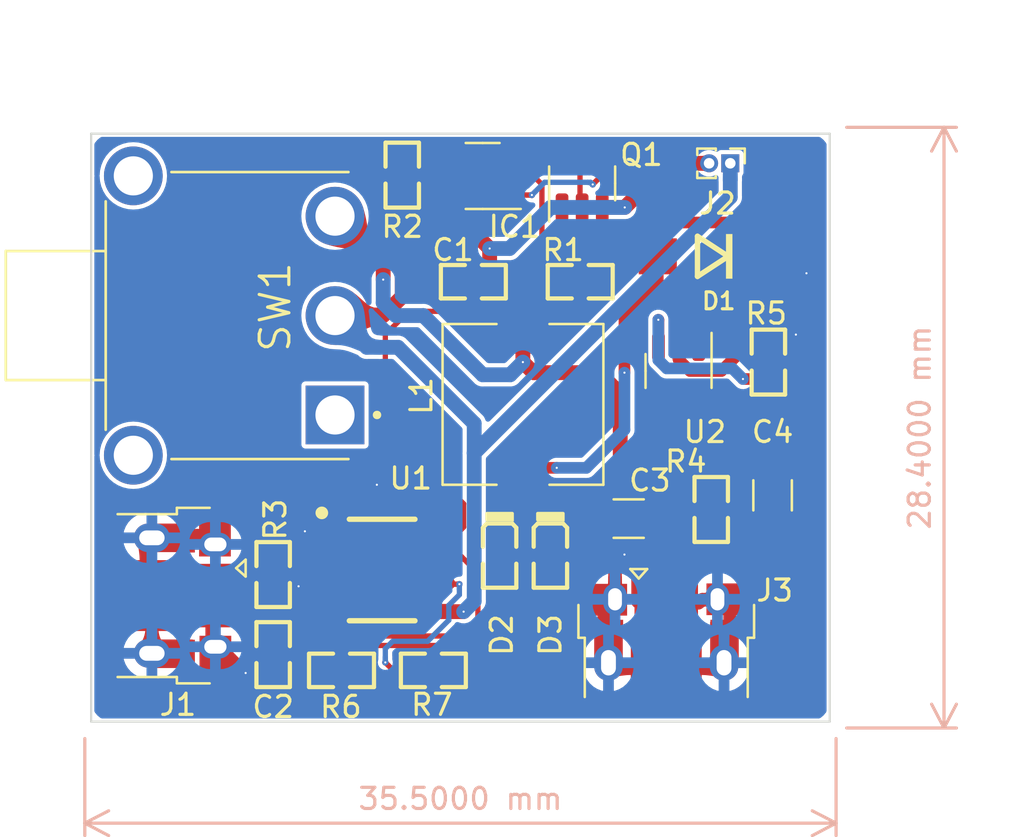
<source format=kicad_pcb>
(kicad_pcb (version 20211014) (generator pcbnew)
  (layers (0 "F.Cu" signal) (31 "B.Cu" signal) (34 "B.Paste" user) (35 "F.Paste" user) (36 "B.SilkS" user "B.Silkscreen") (37 "F.SilkS" user "F.Silkscreen") (38 "B.Mask" user) (39 "F.Mask" user) (44 "Edge.Cuts" user))
  (net 0 "")
  (net 1 "Net-(C1-Pad1)")
  (net 2 "/BAT-")
  (net 3 "/VBUS")
  (net 4 "GND")
  (net 5 "Net-(C3-Pad1)")
  (net 6 "/5V")
  (net 7 "Net-(D1-PadA)")
  (net 8 "Net-(D2-Pad1)")
  (net 9 "Net-(D2-Pad2)")
  (net 10 "Net-(D3-Pad1)")
  (net 11 "/OD")
  (net 12 "Net-(IC1-Pad2)")
  (net 13 "Net-(IC1-Pad3)")
  (net 18 "/BAT+")
  (net 22 "unconnected-(Q1-Pad2)")
  (net 23 "Net-(R3-Pad2)")
  (net 24 "Net-(R4-Pad2)")
  (net 25 "Net-(R6-Pad1)")
  (net 26 "Net-(R7-Pad1)")
  (footprint "Capacitor_SMD:C_1206_3216Metric" (layer "F.Cu") (at 175.8 72.3 90)
    (fp_text reference "C4")
    (fp_text value "22uF")
  )
  (footprint "lc_lib:0603_R" (layer "F.Cu") (at 159.77 80.575)
    (fp_text reference "R7")
    (fp_text value "1k")
  )
  (footprint "Connector_USB:USB_Micro-B_Amphenol_10103594-0001LF_Horizontal" (layer "F.Cu") (at 147.585 77.065 -90)
    (fp_text reference "J1")
    (fp_text value "USB_B_Micro")
  )
  (footprint "lc_lib:0603_R" (layer "F.Cu") (at 158.3 57.16 -90)
    (fp_text reference "R2")
    (fp_text value "100")
  )
  (footprint "403_charger:75_75_4" (layer "F.Cu") (at 168.005 71.75 90)
    (fp_text reference "L1")
    (fp_text value "22uH")
  )
  (footprint "Package_TO_SOT_SMD:SOT-23-6" (layer "F.Cu") (at 166.8 57.55 90)
    (fp_text reference "Q1")
    (fp_text value "FS8205")
  )
  (footprint "lc_lib:0603_R" (layer "F.Cu") (at 172.9 72.97 90)
    (fp_text reference "R4")
    (fp_text value "7.5k")
  )
  (footprint "403_charger:SS34_mdd" (layer "F.Cu") (at 172.9 61 180)
    (fp_text reference "D1")
    (fp_text value "SS34_mdd")
  )
  (footprint "Package_TO_SOT_SMD:SOT-23-6" (layer "F.Cu") (at 162.1 57.2 180)
    (fp_text reference "IC1")
    (fp_text value "FS312F-G")
  )
  (footprint "403_charger:SW_500SSP3S1M6QEA" (layer "F.Cu") (at 150.3575 63.8 90)
    (fp_text reference "SW1")
    (fp_text value "SW_DIP_x01")
  )
  (footprint "lc_lib:0603_R" (layer "F.Cu") (at 175.6 66 90)
    (fp_text reference "R5")
    (fp_text value "1k")
  )
  (footprint "Package_TO_SOT_SMD:SOT-23-6" (layer "F.Cu") (at 171.356426 66.42 -90)
    (fp_text reference "U2")
    (fp_text value "MT3608")
  )
  (footprint "lc_lib:0603_R" (layer "F.Cu") (at 161.66 62.2)
    (fp_text reference "C1")
    (fp_text value "0.1u")
  )
  (footprint "lc_lib:SOP-8_EP_150MIL" (layer "F.Cu") (at 157.4 75.83 -90)
    (fp_text reference "U1")
    (fp_text value "TP4056_[C16581]")
  )
  (footprint "lc_lib:0603_LED_S1" (layer "F.Cu") (at 162.9 75.1316 -90)
    (fp_text reference "D2")
    (fp_text value "LED_R")
  )
  (footprint "lc_lib:0603_R" (layer "F.Cu") (at 166.71 62.2 180)
    (fp_text reference "R1")
    (fp_text value "2k")
  )
  (footprint "lc_lib:0603_R" (layer "F.Cu") (at 152.2 76.045 90)
    (fp_text reference "R3")
    (fp_text value "2k")
  )
  (footprint "Capacitor_SMD:C_1206_3216Metric" (layer "F.Cu") (at 169 73.4)
    (fp_text reference "C3")
    (fp_text value "22uF")
  )
  (footprint "lc_lib:0603_R" (layer "F.Cu") (at 155.43 80.575)
    (fp_text reference "R6")
    (fp_text value "1k")
  )
  (footprint "Connector_USB:USB_Micro-B_Amphenol_10103594-0001LF_Horizontal" (layer "F.Cu") (at 170.8 79.1)
    (fp_text reference "J3")
    (fp_text value "USB_B_Micro")
  )
  (footprint "lc_lib:0603_LED_S1" (layer "F.Cu") (at 165.3 75.1316 -90)
    (fp_text reference "D3")
    (fp_text value "LED_G")
  )
  (footprint "Connector_PinHeader_1.00mm:PinHeader_1x02_P1.00mm_Vertical" (layer "F.Cu") (at 173.8 56.6 -90)
    (fp_text reference "J2")
    (fp_text value "Conn_01x02_Female")
  )
  (footprint "lc_lib:0603_R" (layer "F.Cu") (at 152.2 79.83 -90)
    (fp_text reference "C2")
    (fp_text value "10u")
  )
  (gr_line (start 143.6 83) (end 143.6 55.2) (layer "Edge.Cuts") (width 0.1))
  (gr_line (start 178.5 55.2) (end 143.6 55.2) (layer "Edge.Cuts") (width 0.1))
  (gr_line (start 178.5 83) (end 178.5 55.2) (layer "Edge.Cuts") (width 0.1))
  (gr_line (start 143.6 83) (end 178.5 83) (layer "Edge.Cuts") (width 0.1))
  (dimension (type aligned) (layer "B.SilkS") (pts (xy 143.3 83.3) (xy 178.8 83.3)) (height 4.5) (gr_text "35.5000 mm" (at 161.05 86.65) (layer "B.SilkS") (effects (font (size 1 1) (thickness 0.15)))) (format (units 3) (units_format 1) (precision 4)) (style (thickness 0.15) (arrow_length 1.27) (text_position_mode 0) (extension_height 0.58642) (extension_offset 0.5) keep_text_aligned))
  (dimension (type aligned) (layer "B.SilkS") (pts (xy 178.8 83.3) (xy 178.8 54.9)) (height 5.1) (gr_text "28.4000 mm" (at 182.75 69.1 90) (layer "B.SilkS") (effects (font (size 1 1) (thickness 0.15)))) (format (units 3) (units_format 1) (precision 4)) (style (thickness 0.15) (arrow_length 1.27) (text_position_mode 0) (extension_height 0.58642) (extension_offset 0.5) keep_text_aligned))
  (segment (start 159.6 61.7) (end 159.6 56.8) (width 0.25) (layer "F.Cu") (net 1))
  (segment (start 159.6 56.8) (end 159.45 56.65) (width 0.25) (layer "F.Cu") (net 1))
  (segment (start 160.89 62.2) (end 160.1 62.2) (width 0.25) (layer "F.Cu") (net 1))
  (segment (start 160.1 62.2) (end 159.6 61.7) (width 0.25) (layer "F.Cu") (net 1))
  (segment (start 160 57.2) (end 159.45 56.65) (width 0.25) (layer "F.Cu") (net 1))
  (segment (start 160.9625 57.2) (end 160 57.2) (width 0.25) (layer "F.Cu") (net 1))
  (segment (start 159.45 56.65) (end 159.19 56.39) (width 0.25) (layer "F.Cu") (net 1))
  (segment (start 159.19 56.39) (end 158.3 56.39) (width 0.25) (layer "F.Cu") (net 1))
  (segment (start 168.8125 58.6875) (end 170.9 56.6) (width 0.7) (layer "F.Cu") (net 2))
  (segment (start 160.9625 59.1625) (end 160.9625 58.15) (width 0.7) (layer "F.Cu") (net 2))
  (segment (start 170.9 56.6) (end 172.8 56.6) (width 0.7) (layer "F.Cu") (net 2))
  (segment (start 162.43 60.63) (end 160.9625 59.1625) (width 0.7) (layer "F.Cu") (net 2))
  (segment (start 167.75 58.6875) (end 168.8125 58.6875) (width 0.7) (layer "F.Cu") (net 2))
  (segment (start 162.43 62.2) (end 162.43 60.63) (width 0.7) (layer "F.Cu") (net 2))
  (via micro (at 162.43 60.63) (size 0.3) (drill 0.1) (layers "F.Cu" "B.Cu") (net 2))
  (via micro (at 168.8125 58.6875) (size 0.3) (drill 0.1) (layers "F.Cu" "B.Cu") (net 2))
  (segment (start 163.37 60.63) (end 162.43 60.63) (width 0.7) (layer "B.Cu") (net 2))
  (segment (start 165.3125 58.6875) (end 163.37 60.63) (width 0.7) (layer "B.Cu") (net 2))
  (segment (start 168.8125 58.6875) (end 165.3125 58.6875) (width 0.7) (layer "B.Cu") (net 2))
  (segment (start 153.765 77.735) (end 154.8 77.735) (width 0.4) (layer "F.Cu") (net 3))
  (segment (start 150.9 78.4) (end 151.56 79.06) (width 0.4) (layer "F.Cu") (net 3))
  (segment (start 153.5 78) (end 153.765 77.735) (width 0.4) (layer "F.Cu") (net 3))
  (segment (start 161.075 73.925) (end 161.2 73.8) (width 0.25) (layer "F.Cu") (net 3))
  (segment (start 153.04 79.06) (end 153.5 78.6) (width 0.4) (layer "F.Cu") (net 3))
  (segment (start 151.56 79.06) (end 152.2 79.06) (width 0.4) (layer "F.Cu") (net 3))
  (segment (start 160.9 72.4) (end 151.6 72.4) (width 0.25) (layer "F.Cu") (net 3))
  (segment (start 152.2 79.06) (end 153.04 79.06) (width 0.4) (layer "F.Cu") (net 3))
  (segment (start 161.2 73.8) (end 161.2 72.7) (width 0.25) (layer "F.Cu") (net 3))
  (segment (start 160 73.925) (end 161.075 73.925) (width 0.25) (layer "F.Cu") (net 3))
  (segment (start 151.6 72.4) (end 150.9 73.1) (width 0.25) (layer "F.Cu") (net 3))
  (segment (start 149.35 75.74) (end 150.525 75.74) (width 0.4) (layer "F.Cu") (net 3))
  (segment (start 161.2 72.7) (end 160.9 72.4) (width 0.25) (layer "F.Cu") (net 3))
  (segment (start 150.9 76.115) (end 150.9 78.4) (width 0.4) (layer "F.Cu") (net 3))
  (segment (start 153.5 78.6) (end 153.5 78) (width 0.4) (layer "F.Cu") (net 3))
  (segment (start 150.525 75.74) (end 150.9 76.115) (width 0.4) (layer "F.Cu") (net 3))
  (segment (start 150.9 73.1) (end 150.9 76.115) (width 0.25) (layer "F.Cu") (net 3))
  (segment (start 176.9 64.7) (end 176.37 65.23) (width 0.55) (layer "F.Cu") (net 4))
  (segment (start 173.775 78.535) (end 173.775 77.315) (width 0.6) (layer "F.Cu") (net 4))
  (segment (start 168.355 77.215) (end 168.355 75.545) (width 0.64) (layer "F.Cu") (net 4))
  (segment (start 167.825 77.745) (end 168.355 77.215) (width 0.6) (layer "F.Cu") (net 4))
  (segment (start 171.735 80.485) (end 173.235 80.485) (width 0.6) (layer "F.Cu") (net 4))
  (segment (start 175.6 65.23) (end 174.57 65.23) (width 0.55) (layer "F.Cu") (net 4))
  (segment (start 167.48 60.92) (end 168.7 59.7) (width 0.55) (layer "F.Cu") (net 4))
  (segment (start 149.47 79.46) (end 149.47 79.37) (width 0.6) (layer "F.Cu") (net 4))
  (segment (start 168.7 59.7) (end 169.3 59.7) (width 0.55) (layer "F.Cu") (net 4))
  (segment (start 152.2 80.6) (end 152.1 80.7) (width 0.55) (layer "F.Cu") (net 4))
  (segment (start 165.85 59.45) (end 165.85 58.6875) (width 0.25) (layer "F.Cu") (net 4))
  (segment (start 169.6 59.4) (end 176.6 59.4) (width 0.55) (layer "F.Cu") (net 4))
  (segment (start 157.5 64.7) (end 157.5 71.4) (width 0.25) (layer "F.Cu") (net 4))
  (segment (start 149.47 79.94) (end 150.14 79.94) (width 0.55) (layer "F.Cu") (net 4))
  (segment (start 170.475 73.4) (end 170.475 73.425) (width 0.64) (layer "F.Cu") (net 4))
  (segment (start 169.815 80.485) (end 168.315 80.485) (width 0.6) (layer "F.Cu") (net 4))
  (segment (start 152.2 76.815) (end 153.185 76.815) (width 0.25) (layer "F.Cu") (net 4))
  (segment (start 173.775 77.315) (end 173.675 77.215) (width 0.6) (layer "F.Cu") (net 4))
  (segment (start 166.8 63.6) (end 158.6 63.6) (width 0.25) (layer "F.Cu") (net 4))
  (segment (start 158.6 63.6) (end 157.5 64.7) (width 0.25) (layer "F.Cu") (net 4))
  (segment (start 153.7 74) (end 154.725 74) (width 0.25) (layer "F.Cu") (net 4))
  (segment (start 153.535 76.465) (end 153.4 76.6) (width 0.25) (layer "F.Cu") (net 4))
  (segment (start 170.475 73.425) (end 168.8 75.1) (width 0.64) (layer "F.Cu") (net 4))
  (segment (start 167.48 62.2) (end 167.48 62.92) (width 0.25) (layer "F.Cu") (net 4))
  (segment (start 173.195 77.215) (end 172.485 77.215) (width 0.6) (layer "F.Cu") (net 4))
  (segment (start 146.47 79.77) (end 146.47 78.27) (width 0.6) (layer "F.Cu") (net 4))
  (segment (start 172.485 77.215) (end 172.3 77.4) (width 0.6) (layer "F.Cu") (net 4))
  (segment (start 176.37 65.23) (end 175.6 65.23) (width 0.55) (layer "F.Cu") (net 4))
  (segment (start 166.3 59.9) (end 165.85 59.45) (width 0.25) (layer "F.Cu") (net 4))
  (segment (start 167.48 62.92) (end 166.8 63.6) (width 0.25) (layer "F.Cu") (net 4))
  (segment (start 147.52 74.19) (end 147.4 74.31) (width 0.6) (layer "F.Cu") (net 4))
  (segment (start 167.48 62.2) (end 167.48 60.92) (width 0.55) (layer "F.Cu") (net 4))
  (segment (start 175.8 70.825) (end 176.9 69.725) (width 0.64) (layer "F.Cu") (net 4))
  (segment (start 173.235 80.485) (end 173.505 80.215) (width 0.6) (layer "F.Cu") (net 4))
  (segment (start 173.38 66.42) (end 171.897543 66.42) (width 0.55) (layer "F.Cu") (net 4))
  (segment (start 176.9 69.725) (end 176.9 64.7) (width 0.64) (layer "F.Cu") (net 4))
  (segment (start 167.48 62.2) (end 167.48 60.18) (width 0.25) (layer "F.Cu") (net 4))
  (segment (start 149.47 79.37) (end 149.3 79.2) (width 0.6) (layer "F.Cu") (net 4))
  (segment (start 176.6 59.4) (end 177.4 60.2) (width 0.55) (layer "F.Cu") (net 4))
  (segment (start 168.315 80.485) (end 168.045 80.215) (width 0.6) (layer "F.Cu") (net 4))
  (segment (start 167.48 60.18) (end 167.2 59.9) (width 0.25) (layer "F.Cu") (net 4))
  (segment (start 168.355 75.545) (end 168.8 75.1) (width 0.64) (layer "F.Cu") (net 4))
  (segment (start 169.3 59.7) (end 169.6 59.4) (width 0.55) (layer "F.Cu") (net 4))
  (segment (start 154.8 76.465) (end 153.535 76.465) (width 0.25) (layer "F.Cu") (net 4))
  (segment (start 149.3 79.2) (end 149.3 78.5) (width 0.6) (layer "F.Cu") (net 4))
  (segment (start 146.2 76.08) (end 146.2 74.58) (width 0.6) (layer "F.Cu") (net 4))
  (segment (start 174.57 65.23) (end 173.38 66.42) (width 0.55) (layer "F.Cu") (net 4))
  (segment (start 167.825 78.535) (end 167.825 77.745) (width 0.6) (layer "F.Cu") (net 4))
  (segment (start 146.47 78.27) (end 146.2 78) (width 0.6) (layer "F.Cu") (net 4))
  (segment (start 153.185 76.815) (end 153.4 76.6) (width 0.25) (layer "F.Cu") (net 4))
  (segment (start 171.356426 65.878883) (end 171.356426 65.2825) (width 0.55) (layer "F.Cu") (net 4))
  (segment (start 150.14 79.94) (end 150.9 80.7) (width 0.55) (layer "F.Cu") (net 4))
  (segment (start 146.2 74.58) (end 146.47 74.31) (width 0.6) (layer "F.Cu") (net 4))
  (segment (start 154.725 74) (end 154.8 73.925) (width 0.25) (layer "F.Cu") (net 4))
  (segment (start 149.45 74.19) (end 147.52 74.19) (width 0.6) (layer "F.Cu") (net 4))
  (segment (start 152.1 80.7) (end 150.9 80.7) (width 0.55) (layer "F.Cu") (net 4))
  (segment (start 177.4 60.2) (end 177.4 61.8) (width 0.55) (layer "F.Cu") (net 4))
  (segment (start 171.897543 66.42) (end 171.356426 65.878883) (width 0.55) (layer "F.Cu") (net 4))
  (segment (start 157.5 71.4) (end 157.1 71.8) (width 0.25) (layer "F.Cu") (net 4))
  (segment (start 167.2 59.9) (end 166.3 59.9) (width 0.25) (layer "F.Cu") (net 4))
  (via micro (at 157.1 71.8) (size 0.3) (drill 0.1) (layers "F.Cu" "B.Cu") (net 4))
  (via micro (at 153.4 76.6) (size 0.3) (drill 0.1) (layers "F.Cu" "B.Cu") (net 4))
  (via micro (at 150.9 80.7) (size 0.3) (drill 0.1) (layers "F.Cu" "B.Cu") (net 4))
  (via micro (at 176.9 64.7) (size 0.3) (drill 0.1) (layers "F.Cu" "B.Cu") (net 4))
  (via micro (at 168.8 75.1) (size 0.3) (drill 0.1) (layers "F.Cu" "B.Cu") (net 4))
  (via micro (at 177.4 61.8) (size 0.3) (drill 0.1) (layers "F.Cu" "B.Cu") (net 4))
  (via micro (at 153.7 74) (size 0.3) (drill 0.1) (layers "F.Cu" "B.Cu") (net 4))
  (segment (start 153.7 72.6) (end 153.7 74) (width 0.25) (layer "B.Cu") (net 4))
  (segment (start 153.4 74.3) (end 153.4 76.6) (width 0.25) (layer "B.Cu") (net 4))
  (segment (start 153.1 77.9) (end 151.3 77.9) (width 0.25) (layer "B.Cu") (net 4))
  (segment (start 171.5 75.1) (end 168.8 75.1) (width 0.55) (layer "B.Cu") (net 4))
  (segment (start 153.7 74) (end 153.4 74.3) (width 0.25) (layer "B.Cu") (net 4))
  (segment (start 177.4 61.8) (end 176.9 62.3) (width 0.55) (layer "B.Cu") (net 4))
  (segment (start 176.9 62.3) (end 176.9 64.7) (width 0.55) (layer "B.Cu") (net 4))
  (segment (start 151.3 77.9) (end 150.9 78.3) (width 0.25) (layer "B.Cu") (net 4))
  (segment (start 176.9 64.7) (end 176.9 69.7) (width 0.55) (layer "B.Cu") (net 4))
  (segment (start 150.9 78.3) (end 150.9 80.7) (width 0.25) (layer "B.Cu") (net 4))
  (segment (start 154.5 71.8) (end 153.7 72.6) (width 0.25) (layer "B.Cu") (net 4))
  (segment (start 153.4 77.6) (end 153.1 77.9) (width 0.25) (layer "B.Cu") (net 4))
  (segment (start 153.4 76.6) (end 153.4 77.6) (width 0.25) (layer "B.Cu") (net 4))
  (segment (start 157.1 71.8) (end 154.5 71.8) (width 0.25) (layer "B.Cu") (net 4))
  (segment (start 176.9 69.7) (end 171.5 75.1) (width 0.55) (layer "B.Cu") (net 4))
  (segment (start 168.6 72.325) (end 168.6 71.2) (width 0.7) (layer "F.Cu") (net 5))
  (segment (start 167.6 66.5) (end 164.5 66.5) (width 0.7) (layer "F.Cu") (net 5))
  (segment (start 167.525 73.4) (end 168.6 72.325) (width 0.7) (layer "F.Cu") (net 5))
  (segment (start 171.356426 67.5575) (end 171.356426 68.443574) (width 0.7) (layer "F.Cu") (net 5))
  (segment (start 164 64.805) (end 164 66) (width 0.7) (layer "F.Cu") (net 5))
  (segment (start 155.1225 59.1) (end 157.4 61.3775) (width 0.7) (layer "F.Cu") (net 5))
  (segment (start 170.406426 69.393574) (end 170.406426 67.5575) (width 0.7) (layer "F.Cu") (net 5))
  (segment (start 164.5 66.5) (end 164 66) (width 0.7) (layer "F.Cu") (net 5))
  (segment (start 167.6 66.5) (end 168.6 67.5) (width 0.7) (layer "F.Cu") (net 5))
  (segment (start 171.356426 68.443574) (end 170.406426 69.393574) (width 0.7) (layer "F.Cu") (net 5))
  (segment (start 157.4 61.3775) (end 157.4 62.1) (width 0.7) (layer "F.Cu") (net 5))
  (segment (start 164.005 64.8) (end 164 64.805) (width 0.7) (layer "F.Cu") (net 5))
  (segment (start 168.6 67.5) (end 168.6 71.2) (width 0.7) (layer "F.Cu") (net 5))
  (segment (start 168.6 71.2) (end 170.406426 69.393574) (width 0.7) (layer "F.Cu") (net 5))
  (via micro (at 164 66) (size 0.3) (drill 0.1) (layers "F.Cu" "B.Cu") (net 5))
  (via micro (at 157.4 62.1) (size 0.3) (drill 0.1) (layers "F.Cu" "B.Cu") (net 5))
  (segment (start 158 63.8) (end 157.4 63.2) (width 0.7) (layer "B.Cu") (net 5))
  (segment (start 163.4 66.6) (end 162.1 66.6) (width 0.7) (layer "B.Cu") (net 5))
  (segment (start 162.1 66.6) (end 159.3 63.8) (width 0.7) (layer "B.Cu") (net 5))
  (segment (start 157.4 63.2) (end 157.4 62.1) (width 0.7) (layer "B.Cu") (net 5))
  (segment (start 159.3 63.8) (end 158 63.8) (width 0.7) (layer "B.Cu") (net 5))
  (segment (start 164 66) (end 163.4 66.6) (width 0.7) (layer "B.Cu") (net 5))
  (segment (start 169.425 76.3) (end 169.425 77.335) (width 0.6) (layer "F.Cu") (net 6))
  (segment (start 175 75.6) (end 172 75.6) (width 0.6) (layer "F.Cu") (net 6))
  (segment (start 175.8 73.775) (end 175.8 74.8) (width 0.6) (layer "F.Cu") (net 6))
  (segment (start 175.8 74.8) (end 175 75.6) (width 0.6) (layer "F.Cu") (net 6))
  (segment (start 172 75.6) (end 170.125 75.6) (width 0.6) (layer "F.Cu") (net 6))
  (segment (start 176.8 75.6) (end 175 75.6) (width 0.65) (layer "F.Cu") (net 6))
  (segment (start 175.42625 61) (end 177.9 63.47375) (width 0.65) (layer "F.Cu") (net 6))
  (segment (start 177.9 74.5) (end 176.8 75.6) (width 0.65) (layer "F.Cu") (net 6))
  (segment (start 170.125 75.6) (end 169.425 76.3) (width 0.6) (layer "F.Cu") (net 6))
  (segment (start 172.9 74.7) (end 172 75.6) (width 0.6) (layer "F.Cu") (net 6))
  (segment (start 177.9 63.47375) (end 177.9 74.5) (width 0.65) (layer "F.Cu") (net 6))
  (segment (start 172.9 73.74) (end 172.9 74.7) (width 0.6) (layer "F.Cu") (net 6))
  (segment (start 170.37375 61) (end 170.37375 62.17375) (width 0.55) (layer "F.Cu") (net 7))
  (segment (start 170.37375 62.17375) (end 170.37375 62.27375) (width 0.55) (layer "F.Cu") (net 7))
  (segment (start 168.8 63.9) (end 168.8 66.5) (width 0.55) (layer "F.Cu") (net 7))
  (segment (start 170.37375 62.32625) (end 168.8 63.9) (width 0.55) (layer "F.Cu") (net 7))
  (segment (start 170.37375 62.27375) (end 172.306426 64.206426) (width 0.55) (layer "F.Cu") (net 7))
  (segment (start 164.205 71) (end 165.6 71) (width 0.55) (layer "F.Cu") (net 7))
  (segment (start 172.306426 64.206426) (end 172.306426 65.2825) (width 0.55) (layer "F.Cu") (net 7))
  (segment (start 170.37375 62.17375) (end 170.37375 62.32625) (width 0.55) (layer "F.Cu") (net 7))
  (segment (start 164.005 71.2) (end 164.205 71) (width 0.55) (layer "F.Cu") (net 7))
  (via micro (at 168.8 66.5) (size 0.3) (drill 0.1) (layers "F.Cu" "B.Cu") (net 7))
  (via micro (at 165.6 71) (size 0.3) (drill 0.1) (layers "F.Cu" "B.Cu") (net 7))
  (segment (start 167 71) (end 168.8 69.2) (width 0.55) (layer "B.Cu") (net 7))
  (segment (start 168.8 69.2) (end 168.8 66.5) (width 0.55) (layer "B.Cu") (net 7))
  (segment (start 165.6 71) (end 167 71) (width 0.55) (layer "B.Cu") (net 7))
  (segment (start 162.9 78.2) (end 162.9 75.9016) (width 0.25) (layer "F.Cu") (net 8))
  (segment (start 156.2 80.575) (end 156.2 79.9) (width 0.25) (layer "F.Cu") (net 8))
  (segment (start 156.7 79.4) (end 161.7 79.4) (width 0.25) (layer "F.Cu") (net 8))
  (segment (start 156.2 79.9) (end 156.7 79.4) (width 0.25) (layer "F.Cu") (net 8))
  (segment (start 161.7 79.4) (end 162.9 78.2) (width 0.25) (layer "F.Cu") (net 8))
  (segment (start 165.3 74.3616) (end 162.9 74.3616) (width 0.25) (layer "F.Cu") (net 9))
  (segment (start 163.425 80.575) (end 165.3 78.7) (width 0.25) (layer "F.Cu") (net 10))
  (segment (start 160.54 80.575) (end 163.425 80.575) (width 0.25) (layer "F.Cu") (net 10))
  (segment (start 165.3 78.7) (end 165.3 75.9016) (width 0.25) (layer "F.Cu") (net 10))
  (segment (start 167.75 57.15) (end 167.75 56.4125) (width 0.25) (layer "F.Cu") (net 11))
  (segment (start 163.2875 58.1) (end 164.4255 58.1) (width 0.25) (layer "F.Cu") (net 11))
  (segment (start 167.3 57.6) (end 167.75 57.15) (width 0.25) (layer "F.Cu") (net 11))
  (segment (start 163.2375 58.15) (end 163.2875 58.1) (width 0.25) (layer "F.Cu") (net 11))
  (via micro (at 167.3 57.6) (size 0.3) (drill 0.1) (layers "F.Cu" "B.Cu") (net 11))
  (via micro (at 164.4255 58.1) (size 0.3) (drill 0.1) (layers "F.Cu" "B.Cu") (net 11))
  (segment (start 167.2 57.5) (end 165.0255 57.5) (width 0.25) (layer "B.Cu") (net 11))
  (segment (start 165.0255 57.5) (end 164.4255 58.1) (width 0.25) (layer "B.Cu") (net 11))
  (segment (start 167.3 57.6) (end 167.2 57.5) (width 0.25) (layer "B.Cu") (net 11))
  (segment (start 165.1 62.2) (end 164.9 62) (width 0.25) (layer "F.Cu") (net 12))
  (segment (start 164.5 57.2) (end 163.2375 57.2) (width 0.25) (layer "F.Cu") (net 12))
  (segment (start 164.9 57.6) (end 164.5 57.2) (width 0.25) (layer "F.Cu") (net 12))
  (segment (start 165.94 62.2) (end 165.1 62.2) (width 0.25) (layer "F.Cu") (net 12))
  (segment (start 164.9 62) (end 164.9 57.6) (width 0.25) (layer "F.Cu") (net 12))
  (segment (start 163.2375 56.25) (end 165.6875 56.25) (width 0.25) (layer "F.Cu") (net 13))
  (segment (start 165.6875 56.25) (end 165.85 56.4125) (width 0.25) (layer "F.Cu") (net 13))
  (segment (start 157.4 63.8) (end 158.3 62.9) (width 0.7) (layer "F.Cu") (net 18))
  (segment (start 160.065 77.8) (end 161.2 77.8) (width 0.7) (layer "F.Cu") (net 18))
  (segment (start 158.3 62.9) (end 158.3 57.93) (width 0.7) (layer "F.Cu") (net 18))
  (segment (start 155.1225 63.8) (end 157.4 63.8) (width 0.7) (layer "F.Cu") (net 18))
  (via micro (at 161.2 77.8) (size 0.3) (drill 0.1) (layers "F.Cu" "B.Cu") (net 18))
  (segment (start 173.8 56.6) (end 173.8 58.2) (width 0.7) (layer "B.Cu") (net 18))
  (segment (start 158.1 65.3) (end 156.6225 65.3) (width 0.7) (layer "B.Cu") (net 18))
  (segment (start 161.7 68.9) (end 158.1 65.3) (width 0.7) (layer "B.Cu") (net 18))
  (segment (start 161.2 77.8) (end 161.7 77.3) (width 0.7) (layer "B.Cu") (net 18))
  (segment (start 161.7 77.3) (end 161.7 70.3) (width 0.7) (layer "B.Cu") (net 18))
  (segment (start 173.8 58.2) (end 161.7 70.3) (width 0.7) (layer "B.Cu") (net 18))
  (segment (start 161.7 70.3) (end 161.7 68.9) (width 0.7) (layer "B.Cu") (net 18))
  (segment (start 156.6225 65.3) (end 155.1225 63.8) (width 0.7) (layer "B.Cu") (net 18))
  (segment (start 166.7 58.5875) (end 166.7 56.5125) (width 0.25) (layer "F.Cu") (net 22))
  (segment (start 166.7 56.5125) (end 166.8 56.4125) (width 0.25) (layer "F.Cu") (net 22))
  (segment (start 166.8 58.6875) (end 166.7 58.5875) (width 0.25) (layer "F.Cu") (net 22))
  (segment (start 154.72 75.275) (end 154.8 75.195) (width 0.25) (layer "F.Cu") (net 23))
  (segment (start 152.2 75.275) (end 154.72 75.275) (width 0.25) (layer "F.Cu") (net 23))
  (segment (start 170.406426 65.2825) (end 170.406426 64.006426) (width 0.55) (layer "F.Cu") (net 24))
  (segment (start 170.406426 64.006426) (end 170.4 64) (width 0.55) (layer "F.Cu") (net 24))
  (segment (start 175.57 66.8) (end 174.4 66.8) (width 0.55) (layer "F.Cu") (net 24))
  (segment (start 175.6 66.77) (end 175.57 66.8) (width 0.55) (layer "F.Cu") (net 24))
  (segment (start 172.9 70.8) (end 175.6 68.1) (width 0.55) (layer "F.Cu") (net 24))
  (segment (start 175.6 68.1) (end 175.6 66.77) (width 0.55) (layer "F.Cu") (net 24))
  (segment (start 172.9 72.2) (end 172.9 70.8) (width 0.55) (layer "F.Cu") (net 24))
  (via micro (at 170.4 64) (size 0.3) (drill 0.1) (layers "F.Cu" "B.Cu") (net 24))
  (via micro (at 174.4 66.8) (size 0.3) (drill 0.1) (layers "F.Cu" "B.Cu") (net 24))
  (segment (start 174.4 66.8) (end 173.9 66.3) (width 0.55) (layer "B.Cu") (net 24))
  (segment (start 170.4 65.9) (end 170.4 64) (width 0.55) (layer "B.Cu") (net 24))
  (segment (start 173.9 66.3) (end 170.8 66.3) (width 0.55) (layer "B.Cu") (net 24))
  (segment (start 170.8 66.3) (end 170.4 65.9) (width 0.55) (layer "B.Cu") (net 24))
  (segment (start 161.05 78.95) (end 161.875 78.125) (width 0.25) (layer "F.Cu") (net 25))
  (segment (start 154.66 79.54) (end 155.25 78.95) (width 0.25) (layer "F.Cu") (net 25))
  (segment (start 161.875 78.125) (end 161.875 75.975) (width 0.25) (layer "F.Cu") (net 25))
  (segment (start 154.66 80.575) (end 154.66 79.54) (width 0.25) (layer "F.Cu") (net 25))
  (segment (start 161.095 75.195) (end 160 75.195) (width 0.25) (layer "F.Cu") (net 25))
  (segment (start 155.25 78.95) (end 161.05 78.95) (width 0.25) (layer "F.Cu") (net 25))
  (segment (start 161.875 75.975) (end 161.095 75.195) (width 0.25) (layer "F.Cu") (net 25))
  (segment (start 159 80.575) (end 157.875 80.575) (width 0.25) (layer "F.Cu") (net 26))
  (segment (start 160.035 76.5) (end 160 76.465) (width 0.25) (layer "F.Cu") (net 26))
  (segment (start 157.875 80.575) (end 157.5 80.2) (width 0.25) (layer "F.Cu") (net 26))
  (segment (start 161 76.5) (end 160.035 76.5) (width 0.25) (layer "F.Cu") (net 26))
  (via micro (at 161 76.5) (size 0.3) (drill 0.1) (layers "F.Cu" "B.Cu") (net 26))
  (via micro (at 157.5 80.2) (size 0.3) (drill 0.1) (layers "F.Cu" "B.Cu") (net 26))
  (segment (start 159.5 79.2) (end 157.85 79.2) (width 0.25) (layer "B.Cu") (net 26))
  (segment (start 160.5 78.2) (end 159.5 79.2) (width 0.25) (layer "B.Cu") (net 26))
  (segment (start 157.5 79.55) (end 157.5 80.2) (width 0.25) (layer "B.Cu") (net 26))
  (segment (start 161 76.5) (end 161 77) (width 0.25) (layer "B.Cu") (net 26))
  (segment (start 160.5 77.5) (end 160.5 78.2) (width 0.25) (layer "B.Cu") (net 26))
  (segment (start 157.85 79.2) (end 157.5 79.55) (width 0.25) (layer "B.Cu") (net 26))
  (segment (start 161 77) (end 160.5 77.5) (width 0.25) (layer "B.Cu") (net 26))
  (zone (net 4) (net_name "GND") (layer "F.Cu") (priority 16962) (connect_pads yes (clearance 0)) (min_thickness 0.0254) (fill yes (thermal_gap 0.508) (thermal_bridge_width 0.508))
    (polygon (pts (xy 172.21 80.785) (xy 172.385987 80.787357) (xy 172.536064 80.793845) (xy 172.665846 80.803589) (xy 172.78095 80.815713) (xy 172.886991 80.829343) (xy 172.989585 80.843604) (xy 173.094347 80.85762) (xy 173.206892 80.870517) (xy 173.332838 80.881419) (xy 173.477799 80.889451) (xy 173.814431 80.080248) (xy 172.99269 79.775498) (xy 172.925396 79.853759) (xy 172.863137 79.923639) (xy 172.80311 79.985172) (xy 172.742512 80.03839) (xy 172.678541 80.083328) (xy 172.608394 80.12002) (xy 172.529269 80.148499) (xy 172.438363 80.1688) (xy 172.332874 80.180955) (xy 172.21 80.185)))
  )
  (zone (net 11) (net_name "/OD") (layer "F.Cu") (priority 16962) (connect_pads yes (clearance 0)) (min_thickness 0.0254) (fill yes (thermal_gap 0.508) (thermal_bridge_width 0.508))
    (polygon (pts (xy 164.1355 58.225) (xy 164.168014 58.22475) (xy 164.198144 58.224158) (xy 164.225945 58.223455) (xy 164.251474 58.222874) (xy 164.274789 58.222649) (xy 164.295945 58.223012) (xy 164.314999 58.224195) (xy 164.332008 58.226433) (xy 164.347028 58.229956) (xy 164.360117 58.235) (xy 164.5005 58.1) (xy 164.360117 57.965) (xy 164.347028 57.970043) (xy 164.332008 57.973566) (xy 164.314999 57.975804) (xy 164.295945 57.976987) (xy 164.274789 57.97735) (xy 164.251474 57.977125) (xy 164.225945 57.976544) (xy 164.198144 57.975841) (xy 164.168014 57.975249) (xy 164.1355 57.975)))
  )
  (zone (net 4) (net_name "GND") (layer "F.Cu") (priority 16962) (connect_pads yes (clearance 0)) (min_thickness 0.0254) (fill yes (thermal_gap 0.508) (thermal_bridge_width 0.508))
    (polygon (pts (xy 168.035 76.125) (xy 168.033986 76.246254) (xy 168.030619 76.351565) (xy 168.024406 76.443893) (xy 168.014858 76.526197) (xy 168.001481 76.601437) (xy 167.983787 76.672572) (xy 167.961282 76.742562) (xy 167.933477 76.814367) (xy 167.89988 76.890947) (xy 167.86 76.975261) (xy 168.355 77.49) (xy 168.85 76.975261) (xy 168.810119 76.890947) (xy 168.776522 76.814367) (xy 168.748717 76.742562) (xy 168.726212 76.672572) (xy 168.708518 76.601437) (xy 168.695141 76.526197) (xy 168.685593 76.443893) (xy 168.67938 76.351565) (xy 168.676013 76.246254) (xy 168.675 76.125)))
  )
  (zone (net 4) (net_name "GND") (layer "F.Cu") (priority 16962) (connect_pads yes (clearance 0)) (min_thickness 0.0254) (fill yes (thermal_gap 0.508) (thermal_bridge_width 0.508))
    (polygon (pts (xy 150.44052 79.851612) (xy 150.377663 79.794708) (xy 150.316785 79.749026) (xy 150.258869 79.711555) (xy 150.204897 79.679284) (xy 150.155853 79.649203) (xy 150.11272 79.618301) (xy 150.076481 79.583567) (xy 150.04812 79.541992) (xy 150.02862 79.490563) (xy 150.018964 79.426272) (xy 149.335179 79.220317) (xy 149.156106 79.91163) (xy 149.248216 79.964653) (xy 149.337184 79.997083) (xy 149.423973 80.014965) (xy 149.509551 80.024343) (xy 149.594881 80.031261) (xy 149.680929 80.041764) (xy 149.768661 80.061897) (xy 149.859042 80.097704) (xy 149.953037 80.15523) (xy 150.051612 80.24052)))
  )
  (zone (net 4) (net_name "GND") (layer "F.Cu") (priority 16962) (connect_pads yes (clearance 0)) (min_thickness 0.0254) (fill yes (thermal_gap 0.508) (thermal_bridge_width 0.508))
    (polygon (pts (xy 169.34 80.185) (xy 169.217125 80.180955) (xy 169.111636 80.1688) (xy 169.02073 80.148499) (xy 168.941605 80.12002) (xy 168.871458 80.083328) (xy 168.807487 80.03839) (xy 168.746889 79.985172) (xy 168.686862 79.923639) (xy 168.624603 79.853759) (xy 168.55731 79.775498) (xy 167.735569 80.080248) (xy 168.072201 80.889451) (xy 168.217161 80.881419) (xy 168.343107 80.870517) (xy 168.455652 80.85762) (xy 168.560414 80.843604) (xy 168.663008 80.829343) (xy 168.769049 80.815713) (xy 168.884153 80.803589) (xy 169.013935 80.793845) (xy 169.164012 80.787357) (xy 169.34 80.785)))
  )
  (zone (net 4) (net_name "GND") (layer "F.Cu") (priority 16962) (connect_pads yes (clearance 0)) (min_thickness 0.0254) (fill yes (thermal_gap 0.508) (thermal_bridge_width 0.508))
    (polygon (pts (xy 149 78.5) (xy 149.000338 78.613583) (xy 149.000954 78.714829) (xy 149.001245 78.805571) (xy 149.00061 78.887639) (xy 148.998447 78.962864) (xy 148.994154 79.033077) (xy 148.98713 79.100109) (xy 148.976774 79.16579) (xy 148.962483 79.231953) (xy 148.943657 79.300429) (xy 149.553992 79.721859) (xy 149.805325 79.024045) (xy 149.766521 78.991545) (xy 149.731736 78.956382) (xy 149.700986 78.917897) (xy 149.674286 78.875429) (xy 149.651651 78.828317) (xy 149.633098 78.775902) (xy 149.61864 78.717523) (xy 149.608295 78.65252) (xy 149.602076 78.580232) (xy 149.6 78.5)))
  )
  (zone (net 4) (net_name "GND") (layer "F.Cu") (priority 16962) (connect_pads yes (clearance 0)) (min_thickness 0.0254) (fill yes (thermal_gap 0.508) (thermal_bridge_width 0.508))
    (polygon (pts (xy 153.99 73.875) (xy 153.957485 73.875249) (xy 153.927355 73.875841) (xy 153.899554 73.876544) (xy 153.874025 73.877125) (xy 153.85071 73.87735) (xy 153.829554 73.876987) (xy 153.8105 73.875804) (xy 153.793491 73.873566) (xy 153.778471 73.870043) (xy 153.765383 73.865) (xy 153.625 74) (xy 153.765383 74.135) (xy 153.778471 74.129956) (xy 153.793491 74.126433) (xy 153.8105 74.124195) (xy 153.829554 74.123012) (xy 153.85071 74.122649) (xy 153.874025 74.122874) (xy 153.899554 74.123455) (xy 153.927355 74.124158) (xy 153.957485 74.12475) (xy 153.99 74.125)))
  )
  (zone (net 11) (net_name "/OD") (layer "F.Cu") (priority 16962) (connect_pads yes (clearance 0)) (min_thickness 0.0254) (fill yes (thermal_gap 0.508) (thermal_bridge_width 0.508))
    (polygon (pts (xy 167.416671 57.306552) (xy 167.393856 57.329719) (xy 167.37297 57.351442) (xy 167.353809 57.371598) (xy 167.336168 57.39006) (xy 167.319841 57.406705) (xy 167.304626 57.421408) (xy 167.290316 57.434044) (xy 167.276707 57.444489) (xy 167.263594 57.452619) (xy 167.250774 57.458308) (xy 167.246967 57.653033) (xy 167.441692 57.649226) (xy 167.44738 57.636405) (xy 167.45551 57.623292) (xy 167.465955 57.609683) (xy 167.478591 57.595373) (xy 167.493294 57.580158) (xy 167.509939 57.563831) (xy 167.528401 57.54619) (xy 167.548557 57.527029) (xy 167.57028 57.506143) (xy 167.593448 57.483329)))
  )
  (zone (net 26) (net_name "Net-(R7-Pad1)") (layer "F.Cu") (priority 16962) (connect_pads yes (clearance 0)) (min_thickness 0.0254) (fill yes (thermal_gap 0.508) (thermal_bridge_width 0.508))
    (polygon (pts (xy 157.793448 80.316671) (xy 157.77028 80.293856) (xy 157.748557 80.27297) (xy 157.728401 80.253809) (xy 157.709939 80.236168) (xy 157.693294 80.219841) (xy 157.678591 80.204626) (xy 157.665955 80.190316) (xy 157.65551 80.176707) (xy 157.64738 80.163594) (xy 157.641692 80.150774) (xy 157.446967 80.146967) (xy 157.450774 80.341692) (xy 157.463594 80.34738) (xy 157.476707 80.35551) (xy 157.490316 80.365955) (xy 157.504626 80.378591) (xy 157.519841 80.393294) (xy 157.536168 80.409939) (xy 157.553809 80.428401) (xy 157.57297 80.448557) (xy 157.593856 80.47028) (xy 157.616671 80.493448)))
  )
  (zone (net 2) (net_name "/BAT-") (layer "F.Cu") (priority 16962) (connect_pads yes (clearance 0)) (min_thickness 0.0254) (fill yes (thermal_gap 0.508) (thermal_bridge_width 0.508))
    (polygon (pts (xy 171.955 56.95) (xy 172.050251 56.949225) (xy 172.138073 56.947391) (xy 172.218811 56.945229) (xy 172.292812 56.943473) (xy 172.360423 56.942856) (xy 172.42199 56.94411) (xy 172.477859 56.947968) (xy 172.528377 56.955164) (xy 172.573891 56.96643) (xy 172.614747 56.9825) (xy 173.0125 56.6) (xy 172.614747 56.2175) (xy 172.573891 56.233569) (xy 172.528377 56.244835) (xy 172.477859 56.252031) (xy 172.42199 56.255889) (xy 172.360423 56.257143) (xy 172.292812 56.256526) (xy 172.218811 56.25477) (xy 172.138073 56.252608) (xy 172.050251 56.250774) (xy 171.955 56.25)))
  )
  (zone (net 4) (net_name "GND") (layer "F.Cu") (priority 16962) (connect_pads yes (clearance 0)) (min_thickness 0.0254) (fill yes (thermal_gap 0.508) (thermal_bridge_width 0.508))
    (polygon (pts (xy 153.644081 76.34) (xy 153.606164 76.34308) (xy 153.572434 76.35144) (xy 153.542446 76.363759) (xy 153.515757 76.37872) (xy 153.491921 76.395) (xy 153.470495 76.41128) (xy 153.451034 76.42624) (xy 153.433094 76.43856) (xy 153.416231 76.44692) (xy 153.4 76.45) (xy 153.346967 76.653033) (xy 153.541692 76.649226) (xy 153.544848 76.642137) (xy 153.549644 76.634485) (xy 153.556053 76.626578) (xy 153.564053 76.618724) (xy 153.573619 76.611233) (xy 153.584726 76.604411) (xy 153.59735 76.598569) (xy 153.611467 76.594014) (xy 153.627052 76.591054) (xy 153.644081 76.59)))
  )
  (zone (net 18) (net_name "/BAT+") (layer "F.Cu") (priority 16962) (connect_pads yes (clearance 0)) (min_thickness 0.0254) (fill yes (thermal_gap 0.508) (thermal_bridge_width 0.508))
    (polygon (pts (xy 157.506066 63.19896) (xy 157.313548 63.35311) (xy 157.13491 63.422914) (xy 156.966167 63.421758) (xy 156.803334 63.363028) (xy 156.642426 63.260111) (xy 156.479458 63.126394) (xy 156.310446 62.975263) (xy 156.131405 62.820104) (xy 155.93835 62.674304) (xy 155.727297 62.55125) (xy 154.42875 63.8) (xy 156.10361 64.78111) (xy 156.298614 64.608792) (xy 156.483907 64.485079) (xy 156.662691 64.397042) (xy 156.838171 64.331757) (xy 157.01355 64.276296) (xy 157.19203 64.217733) (xy 157.376816 64.143142) (xy 157.571111 64.039596) (xy 157.778117 63.894168) (xy 158.00104 63.693934)))
  )
  (zone (net 4) (net_name "GND") (layer "F.Cu") (priority 16962) (connect_pads yes (clearance 0)) (min_thickness 0.0254) (fill yes (thermal_gap 0.508) (thermal_bridge_width 0.508))
    (polygon (pts (xy 148.57 74.49) (xy 148.633314 74.492613) (xy 148.689713 74.500432) (xy 148.739554 74.513425) (xy 148.783193 74.531559) (xy 148.820986 74.554803) (xy 148.853291 74.583125) (xy 148.880464 74.616492) (xy 148.902861 74.654872) (xy 148.92084 74.698234) (xy 148.934757 74.746546) (xy 149.643599 74.833279) (xy 149.47 74.07) (xy 149.370208 74.06496) (xy 149.283002 74.05128) (xy 149.204477 74.031119) (xy 149.130731 74.00664) (xy 149.05786 73.98) (xy 148.981959 73.95336) (xy 148.899127 73.92888) (xy 148.805458 73.90872) (xy 148.69705 73.89504) (xy 148.57 73.89)))
  )
  (zone (net 4) (net_name "GND") (layer "F.Cu") (priority 16962) (connect_pads yes (clearance 0)) (min_thickness 0.0254) (fill yes (thermal_gap 0.508) (thermal_bridge_width 0.508))
    (polygon (pts (xy 146.5 75.605) (xy 146.504044 75.482125) (xy 146.516199 75.376636) (xy 146.5365 75.28573) (xy 146.564979 75.206605) (xy 146.601671 75.136458) (xy 146.646609 75.072487) (xy 146.699827 75.011889) (xy 146.76136 74.951862) (xy 146.83124 74.889603) (xy 146.909502 74.82231) (xy 146.604752 74.000569) (xy 145.795549 74.337201) (xy 145.80358 74.482161) (xy 145.814482 74.608107) (xy 145.827379 74.720652) (xy 145.841395 74.825414) (xy 145.855656 74.928008) (xy 145.869286 75.034049) (xy 145.88141 75.149153) (xy 145.891154 75.278935) (xy 145.897642 75.429012) (xy 145.9 75.605)))
  )
  (zone (net 4) (net_name "GND") (layer "F.Cu") (priority 16962) (connect_pads yes (clearance 0)) (min_thickness 0.0254) (fill yes (thermal_gap 0.508) (thermal_bridge_width 0.508))
    (polygon (pts (xy 172.512132 77.612132) (xy 172.544998 77.585373) (xy 172.579761 77.567521) (xy 172.615453 77.557431) (xy 172.651106 77.553954) (xy 172.685751 77.555944) (xy 172.718421 77.562254) (xy 172.748147 77.571738) (xy 172.773961 77.583248) (xy 172.794895 77.595637) (xy 172.809981 77.607759) (xy 173.47 77.215) (xy 172.806092 76.826092) (xy 172.768023 76.85418) (xy 172.718181 76.876931) (xy 172.658169 76.897021) (xy 172.589588 76.917125) (xy 172.514041 76.939918) (xy 172.433128 76.968076) (xy 172.348453 77.004275) (xy 172.261616 77.051189) (xy 172.17422 77.111495) (xy 172.087868 77.187868)))
  )
  (zone (net 4) (net_name "GND") (layer "F.Cu") (priority 16962) (connect_pads yes (clearance 0)) (min_thickness 0.0254) (fill yes (thermal_gap 0.508) (thermal_bridge_width 0.508))
    (polygon (pts (xy 174.075 77.823578) (xy 174.06576 77.729714) (xy 174.04068 77.653285) (xy 174.003719 77.590503) (xy 173.95884 77.537581) (xy 173.91 77.490731) (xy 173.86116 77.446166) (xy 173.81628 77.400098) (xy 173.77932 77.348739) (xy 173.75424 77.288302) (xy 173.745 77.215) (xy 172.92224 77.179979) (xy 173.369747 77.7365) (xy 173.384969 77.73298) (xy 173.400091 77.732499) (xy 173.414758 77.734934) (xy 173.428618 77.740168) (xy 173.441316 77.748078) (xy 173.452499 77.758545) (xy 173.461812 77.771448) (xy 173.468903 77.786668) (xy 173.473416 77.804085) (xy 173.475 77.823578)))
  )
  (zone (net 4) (net_name "GND") (layer "F.Cu") (priority 16962) (connect_pads yes (clearance 0)) (min_thickness 0.0254) (fill yes (thermal_gap 0.508) (thermal_bridge_width 0.508))
    (polygon (pts (xy 146.17 78.425) (xy 146.166672 78.576537) (xy 146.156803 78.705706) (xy 146.14056 78.817025) (xy 146.118111 78.915007) (xy 146.089624 79.004171) (xy 146.055267 79.089032) (xy 146.015208 79.174107) (xy 145.969615 79.263911) (xy 145.918656 79.362962) (xy 145.8625 79.475775) (xy 146.47 80.1075) (xy 147.0775 79.475775) (xy 147.021343 79.362962) (xy 146.970384 79.263911) (xy 146.924791 79.174107) (xy 146.884732 79.089032) (xy 146.850375 79.004171) (xy 146.821888 78.915007) (xy 146.799439 78.817025) (xy 146.783196 78.705706) (xy 146.773327 78.576537) (xy 146.77 78.425)))
  )
  (zone (net 4) (net_name "GND") (layer "F.Cu") (priority 16962) (connect_pads yes (clearance 0)) (min_thickness 0.0254) (fill yes (thermal_gap 0.508) (thermal_bridge_width 0.508))
    (polygon (pts (xy 153.283329 76.893448) (xy 153.306143 76.87028) (xy 153.327029 76.848557) (xy 153.34619 76.828401) (xy 153.363831 76.809939) (xy 153.380158 76.793294) (xy 153.395373 76.778591) (xy 153.409683 76.765955) (xy 153.423292 76.75551) (xy 153.436405 76.74738) (xy 153.449226 76.741692) (xy 153.453033 76.546967) (xy 153.258308 76.550774) (xy 153.252619 76.563594) (xy 153.244489 76.576707) (xy 153.234044 76.590316) (xy 153.221408 76.604626) (xy 153.206705 76.619841) (xy 153.19006 76.636168) (xy 153.171598 76.653809) (xy 153.151442 76.67297) (xy 153.129719 76.693856) (xy 153.106552 76.716671)))
  )
  (zone (net 26) (net_name "Net-(R7-Pad1)") (layer "F.Cu") (priority 16962) (connect_pads yes (clearance 0)) (min_thickness 0.0254) (fill yes (thermal_gap 0.508) (thermal_bridge_width 0.508))
    (polygon (pts (xy 160.71 76.625) (xy 160.742514 76.62475) (xy 160.772644 76.624158) (xy 160.800445 76.623455) (xy 160.825974 76.622874) (xy 160.849289 76.622649) (xy 160.870445 76.623012) (xy 160.889499 76.624195) (xy 160.906508 76.626433) (xy 160.921528 76.629956) (xy 160.934617 76.635) (xy 161.075 76.5) (xy 160.934617 76.365) (xy 160.921528 76.370043) (xy 160.906508 76.373566) (xy 160.889499 76.375804) (xy 160.870445 76.376987) (xy 160.849289 76.37735) (xy 160.825974 76.377125) (xy 160.800445 76.376544) (xy 160.772644 76.375841) (xy 160.742514 76.375249) (xy 160.71 76.375)))
  )
  (zone (net 5) (net_name "Net-(C3-Pad1)") (layer "F.Cu") (priority 16962) (connect_pads yes (clearance 0)) (min_thickness 0.0254) (fill yes (thermal_gap 0.508) (thermal_bridge_width 0.508))
    (polygon (pts (xy 157.326905 60.80943) (xy 157.109657 60.573477) (xy 156.947951 60.35832) (xy 156.831613 60.157782) (xy 156.750472 59.965689) (xy 156.694357 59.775866) (xy 156.653096 59.582136) (xy 156.616517 59.378326) (xy 156.574448 59.158259) (xy 156.516718 58.915761) (xy 156.433155 58.644657) (xy 154.631945 58.609445) (xy 154.667157 60.410655) (xy 154.938261 60.494218) (xy 155.180759 60.551948) (xy 155.400826 60.594017) (xy 155.604636 60.630596) (xy 155.798366 60.671857) (xy 155.988189 60.727972) (xy 156.180282 60.809113) (xy 156.38082 60.925451) (xy 156.595977 61.087157) (xy 156.83193 61.304405)))
  )
  (zone (net 4) (net_name "GND") (layer "F.Cu") (priority 16962) (connect_pads yes (clearance 0)) (min_thickness 0.0254) (fill yes (thermal_gap 0.508) (thermal_bridge_width 0.508))
    (polygon (pts (xy 168.125 78.095466) (xy 168.131056 78.020836) (xy 168.14836 77.959697) (xy 168.175608 77.910201) (xy 168.2115 77.870501) (xy 168.254734 77.838748) (xy 168.30401 77.813096) (xy 168.358025 77.791697) (xy 168.415478 77.772702) (xy 168.475069 77.754265) (xy 168.535496 77.734539) (xy 168.549454 77.020546) (xy 167.805 77.215) (xy 167.79716 77.314739) (xy 167.77588 77.400586) (xy 167.744519 77.476774) (xy 167.70644 77.547541) (xy 167.665 77.617121) (xy 167.62356 77.68975) (xy 167.58548 77.769663) (xy 167.55412 77.861097) (xy 167.53284 77.968286) (xy 167.525 78.095466)))
  )
  (zone (net 4) (net_name "GND") (layer "F.Cu") (priority 16962) (connect_pads yes (clearance 0)) (min_thickness 0.0254) (fill yes (thermal_gap 0.508) (thermal_bridge_width 0.508))
    (polygon (pts (xy 157.216671 71.506552) (xy 157.193856 71.529719) (xy 157.17297 71.551442) (xy 157.153809 71.571598) (xy 157.136168 71.59006) (xy 157.119841 71.606705) (xy 157.104626 71.621408) (xy 157.090316 71.634044) (xy 157.076707 71.644489) (xy 157.063594 71.652619) (xy 157.050774 71.658308) (xy 157.046967 71.853033) (xy 157.241692 71.849226) (xy 157.24738 71.836405) (xy 157.25551 71.823292) (xy 157.265955 71.809683) (xy 157.278591 71.795373) (xy 157.293294 71.780158) (xy 157.309939 71.763831) (xy 157.328401 71.74619) (xy 157.348557 71.727029) (xy 157.37028 71.706143) (xy 157.393448 71.683329)))
  )
  (zone (net 26) (net_name "Net-(R7-Pad1)") (layer "B.Cu") (priority 16962) (connect_pads yes (clearance 0)) (min_thickness 0.0254) (fill yes (thermal_gap 0.508) (thermal_bridge_width 0.508))
    (polygon (pts (xy 157.375 79.91) (xy 157.375249 79.942514) (xy 157.375841 79.972644) (xy 157.376544 80.000445) (xy 157.377125 80.025974) (xy 157.37735 80.049289) (xy 157.376987 80.070445) (xy 157.375804 80.089499) (xy 157.373566 80.106508) (xy 157.370043 80.121528) (xy 157.365 80.134617) (xy 157.5 80.275) (xy 157.635 80.134617) (xy 157.629956 80.121528) (xy 157.626433 80.106508) (xy 157.624195 80.089499) (xy 157.623012 80.070445) (xy 157.622649 80.049289) (xy 157.622874 80.025974) (xy 157.623455 80.000445) (xy 157.624158 79.972644) (xy 157.62475 79.942514) (xy 157.625 79.91)))
  )
  (zone (net 26) (net_name "Net-(R7-Pad1)") (layer "B.Cu") (priority 16962) (connect_pads yes (clearance 0)) (min_thickness 0.0254) (fill yes (thermal_gap 0.508) (thermal_bridge_width 0.508))
    (polygon (pts (xy 161.125 76.79) (xy 161.12475 76.757485) (xy 161.124158 76.727355) (xy 161.123455 76.699554) (xy 161.122874 76.674025) (xy 161.122649 76.65071) (xy 161.123012 76.629554) (xy 161.124195 76.6105) (xy 161.126433 76.593491) (xy 161.129956 76.578471) (xy 161.135 76.565383) (xy 161 76.425) (xy 160.865 76.565383) (xy 160.870043 76.578471) (xy 160.873566 76.593491) (xy 160.875804 76.6105) (xy 160.876987 76.629554) (xy 160.87735 76.65071) (xy 160.877125 76.674025) (xy 160.876544 76.699554) (xy 160.875841 76.727355) (xy 160.875249 76.757485) (xy 160.875 76.79)))
  )
  (zone (net 18) (net_name "/BAT+") (layer "B.Cu") (priority 16962) (connect_pads yes (clearance 0)) (min_thickness 0.0254) (fill yes (thermal_gap 0.508) (thermal_bridge_width 0.508))
    (polygon (pts (xy 174.15 57.445) (xy 174.149225 57.349748) (xy 174.147391 57.261926) (xy 174.145229 57.181188) (xy 174.143473 57.107187) (xy 174.142856 57.039576) (xy 174.14411 56.978009) (xy 174.147968 56.92214) (xy 174.155164 56.871622) (xy 174.16643 56.826108) (xy 174.1825 56.785253) (xy 173.8 56.3875) (xy 173.4175 56.785253) (xy 173.433569 56.826108) (xy 173.444835 56.871622) (xy 173.452031 56.92214) (xy 173.455889 56.978009) (xy 173.457143 57.039576) (xy 173.456526 57.107187) (xy 173.45477 57.181188) (xy 173.452608 57.261926) (xy 173.450774 57.349748) (xy 173.45 57.445)))
  )
  (zone (net 11) (net_name "/OD") (layer "B.Cu") (priority 16962) (connect_pads yes (clearance 0)) (min_thickness 0.0254) (fill yes (thermal_gap 0.508) (thermal_bridge_width 0.508))
    (polygon (pts (xy 164.542171 57.806552) (xy 164.519356 57.829719) (xy 164.49847 57.851442) (xy 164.479309 57.871598) (xy 164.461668 57.89006) (xy 164.445341 57.906705) (xy 164.430126 57.921408) (xy 164.415816 57.934044) (xy 164.402207 57.944489) (xy 164.389094 57.952619) (xy 164.376274 57.958308) (xy 164.372467 58.153033) (xy 164.567192 58.149226) (xy 164.57288 58.136405) (xy 164.58101 58.123292) (xy 164.591455 58.109683) (xy 164.604091 58.095373) (xy 164.618794 58.080158) (xy 164.635439 58.063831) (xy 164.653901 58.04619) (xy 164.674057 58.027029) (xy 164.69578 58.006143) (xy 164.718948 57.983329)))
  )
  (zone (net 4) (net_name "GND") (layer "B.Cu") (connect_pads (clearance 0.15)) (min_thickness 0.254) (fill yes (thermal_gap 0.508) (thermal_bridge_width 0.508) (smoothing fillet) (radius 1))
    (polygon (pts (xy 178.8 83.3) (xy 143.3 83.3) (xy 143.3 54.9) (xy 178.8 54.9)))
  )
  (zone (net 18) (net_name "/BAT+") (layer "B.Cu") (priority 16962) (connect_pads yes (clearance 0)) (min_thickness 0.0254) (fill yes (thermal_gap 0.508) (thermal_bridge_width 0.508))
    (polygon (pts (xy 157.278679 64.95) (xy 157.041518 64.925093) (xy 156.867139 64.854309) (xy 156.744715 64.74355) (xy 156.663421 64.598715) (xy 156.612431 64.425709) (xy 156.58092 64.230432) (xy 156.558063 64.018787) (xy 156.533033 63.796674) (xy 156.495006 63.569997) (xy 156.433155 63.344657) (xy 154.631945 63.309445) (xy 155.1225 65.1875) (xy 155.385204 65.20045) (xy 155.607671 65.2356) (xy 155.801064 65.287399) (xy 155.976549 65.3503) (xy 156.145292 65.41875) (xy 156.31846 65.4872) (xy 156.507216 65.5501) (xy 156.722728 65.6019) (xy 156.97616 65.63705) (xy 157.278679 65.65)))
  )
  (zone (net 11) (net_name "/OD") (layer "B.Cu") (priority 16962) (connect_pads yes (clearance 0)) (min_thickness 0.0254) (fill yes (thermal_gap 0.508) (thermal_bridge_width 0.508))
    (polygon (pts (xy 167.03 57.625) (xy 167.050234 57.625351) (xy 167.069335 57.626412) (xy 167.087151 57.628195) (xy 167.103534 57.630712) (xy 167.118334 57.633973) (xy 167.131401 57.63799) (xy 167.142586 57.642775) (xy 167.151738 57.648339) (xy 167.158708 57.654694) (xy 167.163347 57.661852) (xy 167.357616 57.648013) (xy 167.3 57.45) (xy 167.282604 57.4479) (xy 167.263849 57.4422) (xy 167.243445 57.433799) (xy 167.2211 57.4236) (xy 167.196525 57.4125) (xy 167.169427 57.4014) (xy 167.139516 57.3912) (xy 167.106502 57.3828) (xy 167.070093 57.3771) (xy 167.03 57.375)))
  )
)
</source>
